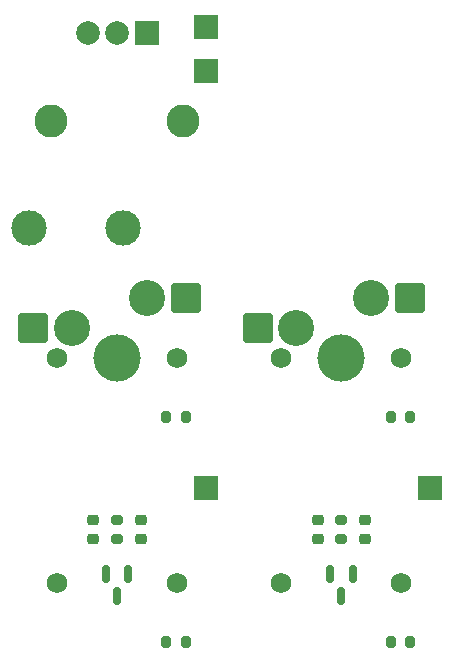
<source format=gbs>
%TF.GenerationSoftware,KiCad,Pcbnew,(6.0.9)*%
%TF.CreationDate,2023-02-13T00:06:44-05:00*%
%TF.ProjectId,Tang,54616e67-2e6b-4696-9361-645f70636258,rev?*%
%TF.SameCoordinates,Original*%
%TF.FileFunction,Soldermask,Bot*%
%TF.FilePolarity,Negative*%
%FSLAX46Y46*%
G04 Gerber Fmt 4.6, Leading zero omitted, Abs format (unit mm)*
G04 Created by KiCad (PCBNEW (6.0.9)) date 2023-02-13 00:06:44*
%MOMM*%
%LPD*%
G01*
G04 APERTURE LIST*
G04 Aperture macros list*
%AMRoundRect*
0 Rectangle with rounded corners*
0 $1 Rounding radius*
0 $2 $3 $4 $5 $6 $7 $8 $9 X,Y pos of 4 corners*
0 Add a 4 corners polygon primitive as box body*
4,1,4,$2,$3,$4,$5,$6,$7,$8,$9,$2,$3,0*
0 Add four circle primitives for the rounded corners*
1,1,$1+$1,$2,$3*
1,1,$1+$1,$4,$5*
1,1,$1+$1,$6,$7*
1,1,$1+$1,$8,$9*
0 Add four rect primitives between the rounded corners*
20,1,$1+$1,$2,$3,$4,$5,0*
20,1,$1+$1,$4,$5,$6,$7,0*
20,1,$1+$1,$6,$7,$8,$9,0*
20,1,$1+$1,$8,$9,$2,$3,0*%
G04 Aperture macros list end*
%ADD10R,2.000000X2.000000*%
%ADD11C,2.000000*%
%ADD12C,2.800000*%
%ADD13C,1.750000*%
%ADD14C,3.050000*%
%ADD15C,4.000000*%
%ADD16RoundRect,0.250000X-1.025000X-1.000000X1.025000X-1.000000X1.025000X1.000000X-1.025000X1.000000X0*%
%ADD17RoundRect,0.200000X-0.200000X-0.275000X0.200000X-0.275000X0.200000X0.275000X-0.200000X0.275000X0*%
%ADD18RoundRect,0.225000X0.250000X-0.225000X0.250000X0.225000X-0.250000X0.225000X-0.250000X-0.225000X0*%
%ADD19RoundRect,0.200000X0.275000X-0.200000X0.275000X0.200000X-0.275000X0.200000X-0.275000X-0.200000X0*%
%ADD20RoundRect,0.150000X-0.150000X0.587500X-0.150000X-0.587500X0.150000X-0.587500X0.150000X0.587500X0*%
%ADD21RoundRect,0.225000X-0.250000X0.225000X-0.250000X-0.225000X0.250000X-0.225000X0.250000X0.225000X0*%
%ADD22C,3.000000*%
G04 APERTURE END LIST*
D10*
%TO.C,SW3*%
X113000000Y-68450000D03*
D11*
X108000000Y-68450000D03*
X110500000Y-68450000D03*
D12*
X116100000Y-75950000D03*
X104900000Y-75950000D03*
%TD*%
D13*
%TO.C,SW1*%
X115580000Y-96000000D03*
D14*
X106690000Y-93460000D03*
D13*
X105420000Y-96000000D03*
D14*
X113040000Y-90920000D03*
D15*
X110500000Y-96000000D03*
D16*
X103415000Y-93460000D03*
X116342000Y-90920000D03*
%TD*%
D14*
%TO.C,SW2*%
X125690000Y-93460000D03*
D13*
X124420000Y-96000000D03*
D14*
X132040000Y-90920000D03*
D13*
X134580000Y-96000000D03*
D15*
X129500000Y-96000000D03*
D16*
X122415000Y-93460000D03*
X135342000Y-90920000D03*
%TD*%
D10*
%TO.C,TP_SW4*%
X137000000Y-107000000D03*
%TD*%
D17*
%TO.C,R1*%
X114675000Y-101000000D03*
X116325000Y-101000000D03*
%TD*%
D18*
%TO.C,C2*%
X127500000Y-111275000D03*
X127500000Y-109725000D03*
%TD*%
D17*
%TO.C,R2*%
X133675000Y-101000000D03*
X135325000Y-101000000D03*
%TD*%
D19*
%TO.C,R5*%
X110500000Y-111325000D03*
X110500000Y-109675000D03*
%TD*%
D13*
%TO.C,U2*%
X115580000Y-115000000D03*
X105420000Y-115000000D03*
D20*
X109550000Y-114262500D03*
X111450000Y-114262500D03*
X110500000Y-116137500D03*
%TD*%
D10*
%TO.C,TP_SW3*%
X118000000Y-107000000D03*
%TD*%
D19*
%TO.C,R6*%
X129500000Y-111325000D03*
X129500000Y-109675000D03*
%TD*%
D21*
%TO.C,C4*%
X131500000Y-109725000D03*
X131500000Y-111275000D03*
%TD*%
%TO.C,C3*%
X112500000Y-109725000D03*
X112500000Y-111275000D03*
%TD*%
D17*
%TO.C,R3*%
X114675000Y-120000000D03*
X116325000Y-120000000D03*
%TD*%
D10*
%TO.C,ENCA1*%
X118000000Y-68000000D03*
%TD*%
D18*
%TO.C,C1*%
X108500000Y-111275000D03*
X108500000Y-109725000D03*
%TD*%
D10*
%TO.C,ENCB1*%
X118000000Y-71650000D03*
%TD*%
D22*
%TO.C,GND1*%
X103000000Y-85000000D03*
%TD*%
D13*
%TO.C,U3*%
X134580000Y-115000000D03*
X124420000Y-115000000D03*
D20*
X128550000Y-114262500D03*
X130450000Y-114262500D03*
X129500000Y-116137500D03*
%TD*%
D22*
%TO.C,3V3*%
X111000000Y-85000000D03*
%TD*%
D17*
%TO.C,R4*%
X133675000Y-120000000D03*
X135325000Y-120000000D03*
%TD*%
M02*

</source>
